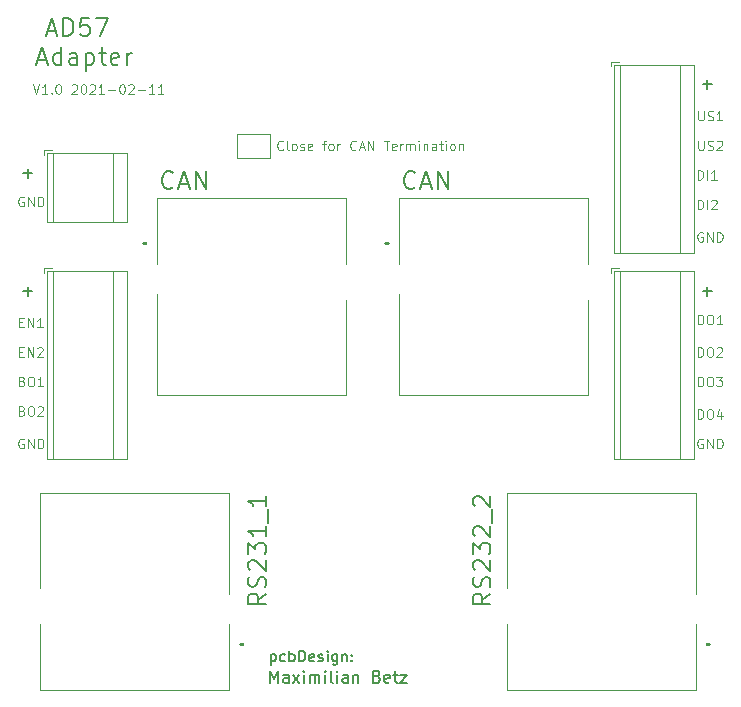
<source format=gbr>
G04 CAM350 V10.5 (Build 464) Date:  Mon Feb 15 08:33:08 2021 *
G04 Database: (Untitled) *
G04 Layer 7: ad57_adapter-F_SilkS.gbr *
%FSLAX23Y23*%
%MOIN*%
%SFA1.000B1.000*%

%MIA0B0*%
%IPPOS*%
%ADD17C,0.01181*%
%ADD19C,0.00787*%
%ADD70C,0.00591*%
%ADD71C,0.00394*%
%ADD22C,0.00472*%
%LNad57_adapter-F_SilkS.gbr*%
%LPD*%
G54D17*
X5652Y-4645D03*
X5656D03*
X5332Y-3308D03*
X5329D03*
X7211Y-4645D03*
X7207D03*
X6136Y-3308D03*
X6140D03*
G54D19*
X5425Y-3121D02*
G01X5422Y-3124D01*
X5413Y-3127*
X5408*
X5399Y-3124*
X5394Y-3119*
X5391Y-3113*
X5388Y-3102*
Y-3093*
X5391Y-3082*
X5394Y-3076*
X5399Y-3071*
X5408Y-3068*
X5413*
X5422Y-3071*
X5425Y-3074*
X5447Y-3110D02*
G01X5475D01*
X5442Y-3127D02*
G01X5461Y-3068D01*
X5481Y-3127*
X5501D02*
G01Y-3068D01*
X5534Y-3127*
Y-3068*
X6232Y-3121D02*
G01X6229Y-3124D01*
X6220Y-3127*
X6215*
X6206Y-3124*
X6201Y-3119*
X6198Y-3113*
X6195Y-3102*
Y-3093*
X6198Y-3082*
X6201Y-3076*
X6206Y-3071*
X6215Y-3068*
X6220*
X6229Y-3071*
X6232Y-3074*
X6254Y-3110D02*
G01X6282D01*
X6249Y-3127D02*
G01X6268Y-3068D01*
X6288Y-3127*
X6308D02*
G01Y-3068D01*
X6341Y-3127*
Y-3068*
X6483Y-4476D02*
G01X6455Y-4495D01*
X6483Y-4509D02*
G01X6424D01*
Y-4487*
X6427Y-4481*
X6430Y-4478*
X6436Y-4476*
X6444*
X6450Y-4478*
X6452Y-4481*
X6455Y-4487*
Y-4509*
X6481Y-4453D02*
G01X6483Y-4445D01*
Y-4431*
X6481Y-4425*
X6478Y-4422*
X6472Y-4419*
X6467*
X6461Y-4422*
X6458Y-4425*
X6455Y-4431*
X6452Y-4442*
X6450Y-4447*
X6447Y-4450*
X6441Y-4453*
X6436*
X6430Y-4450*
X6427Y-4447*
X6424Y-4442*
Y-4428*
X6427Y-4419*
X6430Y-4397D02*
G01X6427Y-4394D01*
X6424Y-4388*
Y-4374*
X6427Y-4369*
X6430Y-4366*
X6436Y-4363*
X6441*
X6450Y-4366*
X6483Y-4400*
Y-4363*
X6424Y-4343D02*
G01Y-4307D01*
X6447Y-4326*
Y-4318*
X6450Y-4312*
X6452Y-4310*
X6458Y-4307*
X6472*
X6478Y-4310*
X6481Y-4312*
X6483Y-4318*
Y-4335*
X6481Y-4341*
X6478Y-4343*
X6430Y-4284D02*
G01X6427Y-4281D01*
X6424Y-4276*
Y-4262*
X6427Y-4256*
X6430Y-4253*
X6436Y-4251*
X6441*
X6450Y-4253*
X6483Y-4287*
Y-4251*
X6489Y-4239D02*
G01Y-4194D01*
X6430Y-4183D02*
G01X6427Y-4180D01*
X6424Y-4175*
Y-4161*
X6427Y-4155*
X6430Y-4152*
X6436Y-4149*
X6441*
X6450Y-4152*
X6483Y-4186*
Y-4149*
X5735Y-4476D02*
G01X5707Y-4495D01*
X5735Y-4509D02*
G01X5676D01*
Y-4487*
X5679Y-4481*
X5682Y-4478*
X5688Y-4476*
X5696*
X5702Y-4478*
X5704Y-4481*
X5707Y-4487*
Y-4509*
X5733Y-4453D02*
G01X5735Y-4445D01*
Y-4431*
X5733Y-4425*
X5730Y-4422*
X5724Y-4419*
X5719*
X5713Y-4422*
X5710Y-4425*
X5707Y-4431*
X5704Y-4442*
X5702Y-4447*
X5699Y-4450*
X5693Y-4453*
X5688*
X5682Y-4450*
X5679Y-4447*
X5676Y-4442*
Y-4428*
X5679Y-4419*
X5682Y-4397D02*
G01X5679Y-4394D01*
X5676Y-4388*
Y-4374*
X5679Y-4369*
X5682Y-4366*
X5688Y-4363*
X5693*
X5702Y-4366*
X5735Y-4400*
Y-4363*
X5676Y-4343D02*
G01Y-4307D01*
X5699Y-4326*
Y-4318*
X5702Y-4312*
X5704Y-4310*
X5710Y-4307*
X5724*
X5730Y-4310*
X5733Y-4312*
X5735Y-4318*
Y-4335*
X5733Y-4341*
X5730Y-4343*
X5735Y-4251D02*
G01Y-4284D01*
Y-4267D02*
G01X5676D01*
X5685Y-4273*
X5690Y-4279*
X5693Y-4284*
X5741Y-4239D02*
G01Y-4194D01*
X5735Y-4149D02*
G01Y-4183D01*
Y-4166D02*
G01X5676D01*
X5685Y-4172*
X5690Y-4177*
X5693Y-4183*
G54D71*
X5792Y-2994D02*
G01X5790Y-2995D01*
X5786Y-2997*
X5783*
X5778Y-2995*
X5775Y-2992*
X5774Y-2989*
X5772Y-2983*
Y-2979*
X5774Y-2973*
X5775Y-2970*
X5778Y-2967*
X5783Y-2965*
X5786*
X5790Y-2967*
X5792Y-2968*
X5810Y-2997D02*
G01X5807Y-2995D01*
X5805Y-2992*
Y-2965*
X5826Y-2997D02*
G01X5823Y-2995D01*
X5822Y-2994*
X5820Y-2991*
Y-2982*
X5822Y-2979*
X5823Y-2977*
X5826Y-2976*
X5831*
X5834Y-2977*
X5835Y-2979*
X5837Y-2982*
Y-2991*
X5835Y-2994*
X5834Y-2995*
X5831Y-2997*
X5826*
X5849Y-2995D02*
G01X5852Y-2997D01*
X5858*
X5861Y-2995*
X5862Y-2992*
Y-2991*
X5861Y-2988*
X5858Y-2986*
X5853*
X5850Y-2985*
X5849Y-2982*
Y-2980*
X5850Y-2977*
X5853Y-2976*
X5858*
X5861Y-2977*
X5888Y-2995D02*
G01X5885Y-2997D01*
X5879*
X5876Y-2995*
X5874Y-2992*
Y-2980*
X5876Y-2977*
X5879Y-2976*
X5885*
X5888Y-2977*
X5889Y-2980*
Y-2983*
X5874Y-2986*
X5922Y-2976D02*
G01X5934D01*
X5927Y-2997D02*
G01Y-2970D01*
X5928Y-2967*
X5931Y-2965*
X5934*
X5949Y-2997D02*
G01X5946Y-2995D01*
X5945Y-2994*
X5943Y-2991*
Y-2982*
X5945Y-2979*
X5946Y-2977*
X5949Y-2976*
X5954*
X5957Y-2977*
X5958Y-2979*
X5960Y-2982*
Y-2991*
X5958Y-2994*
X5957Y-2995*
X5954Y-2997*
X5949*
X5973D02*
G01Y-2976D01*
Y-2982D02*
G01X5975Y-2979D01*
X5976Y-2977*
X5979Y-2976*
X5982*
X6035Y-2994D02*
G01X6033Y-2995D01*
X6029Y-2997*
X6026*
X6021Y-2995*
X6018Y-2992*
X6017Y-2989*
X6015Y-2983*
Y-2979*
X6017Y-2973*
X6018Y-2970*
X6021Y-2967*
X6026Y-2965*
X6029*
X6033Y-2967*
X6035Y-2968*
X6047Y-2988D02*
G01X6062D01*
X6044Y-2997D02*
G01X6054Y-2965D01*
X6065Y-2997*
X6075D02*
G01Y-2965D01*
X6093Y-2997*
Y-2965*
X6128D02*
G01X6146D01*
X6137Y-2997D02*
G01Y-2965D01*
X6168Y-2995D02*
G01X6165Y-2997D01*
X6159*
X6156Y-2995*
X6155Y-2992*
Y-2980*
X6156Y-2977*
X6159Y-2976*
X6165*
X6168Y-2977*
X6170Y-2980*
Y-2983*
X6155Y-2986*
X6183Y-2997D02*
G01Y-2976D01*
Y-2982D02*
G01X6185Y-2979D01*
X6186Y-2977*
X6189Y-2976*
X6192*
X6203Y-2997D02*
G01Y-2976D01*
Y-2979D02*
G01X6204Y-2977D01*
X6207Y-2976*
X6212*
X6215Y-2977*
X6216Y-2980*
Y-2997*
Y-2980D02*
G01X6218Y-2977D01*
X6221Y-2976*
X6225*
X6228Y-2977*
X6230Y-2980*
Y-2997*
X6245D02*
G01Y-2976D01*
Y-2965D02*
G01X6243Y-2967D01*
X6245Y-2968*
X6246Y-2967*
X6245Y-2965*
Y-2968*
X6260Y-2976D02*
G01Y-2997D01*
Y-2979D02*
G01X6261Y-2977D01*
X6264Y-2976*
X6269*
X6272Y-2977*
X6273Y-2980*
Y-2997*
X6302D02*
G01Y-2980D01*
X6300Y-2977*
X6297Y-2976*
X6291*
X6288Y-2977*
X6302Y-2995D02*
G01X6299Y-2997D01*
X6291*
X6288Y-2995*
X6287Y-2992*
Y-2989*
X6288Y-2986*
X6291Y-2985*
X6299*
X6302Y-2983*
X6312Y-2976D02*
G01X6324D01*
X6317Y-2965D02*
G01Y-2992D01*
X6318Y-2995*
X6321Y-2997*
X6324*
X6335D02*
G01Y-2976D01*
Y-2965D02*
G01X6333Y-2967D01*
X6335Y-2968*
X6336Y-2967*
X6335Y-2965*
Y-2968*
X6354Y-2997D02*
G01X6351Y-2995D01*
X6350Y-2994*
X6348Y-2991*
Y-2982*
X6350Y-2979*
X6351Y-2977*
X6354Y-2976*
X6359*
X6362Y-2977*
X6363Y-2979*
X6365Y-2982*
Y-2991*
X6363Y-2994*
X6362Y-2995*
X6359Y-2997*
X6354*
X6378Y-2976D02*
G01Y-2997D01*
Y-2979D02*
G01X6380Y-2977D01*
X6383Y-2976*
X6387*
X6390Y-2977*
X6392Y-2980*
Y-2997*
X4958Y-2778D02*
G01X4969Y-2810D01*
X4979Y-2778*
X5006Y-2810D02*
G01X4988D01*
X4997D02*
G01Y-2778D01*
X4994Y-2783*
X4991Y-2786*
X4988Y-2787*
X5020Y-2807D02*
G01X5021Y-2808D01*
X5020Y-2810*
X5018Y-2808*
X5020Y-2807*
Y-2810*
X5041Y-2778D02*
G01X5044D01*
X5047Y-2780*
X5048Y-2781*
X5050Y-2784*
X5051Y-2790*
Y-2798*
X5050Y-2804*
X5048Y-2807*
X5047Y-2808*
X5044Y-2810*
X5041*
X5038Y-2808*
X5036Y-2807*
X5035Y-2804*
X5033Y-2798*
Y-2790*
X5035Y-2784*
X5036Y-2781*
X5038Y-2780*
X5041Y-2778*
X5087Y-2781D02*
G01X5089Y-2780D01*
X5092Y-2778*
X5099*
X5102Y-2780*
X5104Y-2781*
X5105Y-2784*
Y-2787*
X5104Y-2792*
X5086Y-2810*
X5105*
X5125Y-2778D02*
G01X5128D01*
X5131Y-2780*
X5132Y-2781*
X5134Y-2784*
X5135Y-2790*
Y-2798*
X5134Y-2804*
X5132Y-2807*
X5131Y-2808*
X5128Y-2810*
X5125*
X5122Y-2808*
X5120Y-2807*
X5119Y-2804*
X5117Y-2798*
Y-2790*
X5119Y-2784*
X5120Y-2781*
X5122Y-2780*
X5125Y-2778*
X5147Y-2781D02*
G01X5149Y-2780D01*
X5152Y-2778*
X5159*
X5162Y-2780*
X5164Y-2781*
X5165Y-2784*
Y-2787*
X5164Y-2792*
X5146Y-2810*
X5165*
X5195D02*
G01X5177D01*
X5186D02*
G01Y-2778D01*
X5183Y-2783*
X5180Y-2786*
X5177Y-2787*
X5209Y-2798D02*
G01X5233D01*
X5254Y-2778D02*
G01X5257D01*
X5260Y-2780*
X5261Y-2781*
X5263Y-2784*
X5264Y-2790*
Y-2798*
X5263Y-2804*
X5261Y-2807*
X5260Y-2808*
X5257Y-2810*
X5254*
X5251Y-2808*
X5249Y-2807*
X5248Y-2804*
X5246Y-2798*
Y-2790*
X5248Y-2784*
X5249Y-2781*
X5251Y-2780*
X5254Y-2778*
X5276Y-2781D02*
G01X5278Y-2780D01*
X5281Y-2778*
X5288*
X5291Y-2780*
X5293Y-2781*
X5294Y-2784*
Y-2787*
X5293Y-2792*
X5275Y-2810*
X5294*
X5308Y-2798D02*
G01X5332D01*
X5363Y-2810D02*
G01X5345D01*
X5354D02*
G01Y-2778D01*
X5351Y-2783*
X5348Y-2786*
X5345Y-2787*
X5393Y-2810D02*
G01X5375D01*
X5384D02*
G01Y-2778D01*
X5381Y-2783*
X5378Y-2786*
X5375Y-2787*
G54D19*
X5006Y-2599D02*
G01X5034D01*
X5000Y-2616D02*
G01X5020Y-2557D01*
X5039Y-2616*
X5059D02*
G01Y-2557D01*
X5073*
X5082Y-2560*
X5087Y-2566*
X5090Y-2571*
X5093Y-2583*
Y-2591*
X5090Y-2602*
X5087Y-2608*
X5082Y-2613*
X5073Y-2616*
X5059*
X5146Y-2557D02*
G01X5118D01*
X5115Y-2585*
X5118Y-2583*
X5124Y-2580*
X5138*
X5143Y-2583*
X5146Y-2585*
X5149Y-2591*
Y-2605*
X5146Y-2611*
X5143Y-2613*
X5138Y-2616*
X5124*
X5118Y-2613*
X5115Y-2611*
X5169Y-2557D02*
G01X5208D01*
X5183Y-2616*
X4973Y-2696D02*
G01X5001D01*
X4968Y-2713D02*
G01X4987Y-2654D01*
X5007Y-2713*
X5052D02*
G01Y-2654D01*
Y-2710D02*
G01X5046Y-2713D01*
X5035*
X5030Y-2710*
X5027Y-2707*
X5024Y-2701*
Y-2685*
X5027Y-2679*
X5030Y-2676*
X5035Y-2673*
X5046*
X5052Y-2676*
X5105Y-2713D02*
G01Y-2682D01*
X5103Y-2676*
X5097Y-2673*
X5086*
X5080Y-2676*
X5105Y-2710D02*
G01X5100Y-2713D01*
X5086*
X5080Y-2710*
X5077Y-2704*
Y-2699*
X5080Y-2693*
X5086Y-2690*
X5100*
X5105Y-2687*
X5134Y-2673D02*
G01Y-2732D01*
Y-2676D02*
G01X5139Y-2673D01*
X5150*
X5156Y-2676*
X5159Y-2679*
X5162Y-2685*
Y-2701*
X5159Y-2707*
X5156Y-2710*
X5150Y-2713*
X5139*
X5134Y-2710*
X5179Y-2673D02*
G01X5201D01*
X5187Y-2654D02*
G01Y-2704D01*
X5190Y-2710*
X5195Y-2713*
X5201*
X5243Y-2710D02*
G01X5238Y-2713D01*
X5226*
X5221Y-2710*
X5218Y-2704*
Y-2682*
X5221Y-2676*
X5226Y-2673*
X5238*
X5243Y-2676*
X5246Y-2682*
Y-2687*
X5218Y-2693*
X5271Y-2713D02*
G01Y-2673D01*
Y-2685D02*
G01X5274Y-2679D01*
X5277Y-2676*
X5283Y-2673*
X5288*
X5749Y-4772D02*
G01Y-4732D01*
X5762Y-4760*
X5775Y-4732*
Y-4772*
X5810D02*
G01Y-4751D01*
X5808Y-4747*
X5805Y-4746*
X5797*
X5793Y-4747*
X5810Y-4770D02*
G01X5807Y-4772D01*
X5797*
X5793Y-4770*
X5792Y-4766*
Y-4762*
X5793Y-4759*
X5797Y-4757*
X5807*
X5810Y-4755*
X5825Y-4772D02*
G01X5846Y-4746D01*
X5825D02*
G01X5846Y-4772D01*
X5861D02*
G01Y-4746D01*
Y-4732D02*
G01X5859Y-4734D01*
X5861Y-4736*
X5863Y-4734*
X5861Y-4732*
Y-4736*
X5880Y-4772D02*
G01Y-4746D01*
Y-4749D02*
G01X5882Y-4747D01*
X5885Y-4746*
X5891*
X5895Y-4747*
X5897Y-4751*
Y-4772*
Y-4751D02*
G01X5898Y-4747D01*
X5902Y-4746*
X5908*
X5912Y-4747*
X5913Y-4751*
Y-4772*
X5932D02*
G01Y-4746D01*
Y-4732D02*
G01X5930Y-4734D01*
X5932Y-4736*
X5934Y-4734*
X5932Y-4732*
Y-4736*
X5957Y-4772D02*
G01X5953Y-4770D01*
X5951Y-4766*
Y-4732*
X5972Y-4772D02*
G01Y-4746D01*
Y-4732D02*
G01X5970Y-4734D01*
X5972Y-4736*
X5973Y-4734*
X5972Y-4732*
Y-4736*
X6007Y-4772D02*
G01Y-4751D01*
X6005Y-4747*
X6002Y-4746*
X5994*
X5990Y-4747*
X6007Y-4770D02*
G01X6003Y-4772D01*
X5994*
X5990Y-4770*
X5988Y-4766*
Y-4762*
X5990Y-4759*
X5994Y-4757*
X6003*
X6007Y-4755*
X6026Y-4746D02*
G01Y-4772D01*
Y-4749D02*
G01X6028Y-4747D01*
X6032Y-4746*
X6037*
X6041Y-4747*
X6043Y-4751*
Y-4772*
X6105Y-4751D02*
G01X6110Y-4753D01*
X6112Y-4755*
X6114Y-4759*
Y-4764*
X6112Y-4768*
X6110Y-4770*
X6107Y-4772*
X6092*
Y-4732*
X6105*
X6108Y-4734*
X6110Y-4736*
X6112Y-4740*
Y-4744*
X6110Y-4747*
X6108Y-4749*
X6105Y-4751*
X6092*
X6146Y-4770D02*
G01X6142Y-4772D01*
X6135*
X6131Y-4770*
X6129Y-4766*
Y-4751*
X6131Y-4747*
X6135Y-4746*
X6142*
X6146Y-4747*
X6148Y-4751*
Y-4755*
X6129Y-4759*
X6159Y-4746D02*
G01X6174D01*
X6165Y-4732D02*
G01Y-4766D01*
X6167Y-4770*
X6170Y-4772*
X6174*
X6183Y-4746D02*
G01X6204D01*
X6183Y-4772*
X6204*
G54D70*
X5751Y-4677D02*
G01Y-4713D01*
Y-4679D02*
G01X5754Y-4677D01*
X5761*
X5764Y-4679*
X5766Y-4681*
X5768Y-4684*
Y-4694*
X5766Y-4698*
X5764Y-4699*
X5761Y-4701*
X5754*
X5751Y-4699*
X5798D02*
G01X5795Y-4701D01*
X5788*
X5785Y-4699*
X5783Y-4698*
X5781Y-4694*
Y-4684*
X5783Y-4681*
X5785Y-4679*
X5788Y-4677*
X5795*
X5798Y-4679*
X5813Y-4701D02*
G01Y-4666D01*
Y-4679D02*
G01X5817Y-4677D01*
X5823*
X5827Y-4679*
X5828Y-4681*
X5830Y-4684*
Y-4694*
X5828Y-4698*
X5827Y-4699*
X5823Y-4701*
X5817*
X5813Y-4699*
X5845Y-4701D02*
G01Y-4666D01*
X5854*
X5859Y-4667*
X5862Y-4671*
X5864Y-4674*
X5866Y-4681*
Y-4686*
X5864Y-4693*
X5862Y-4696*
X5859Y-4699*
X5854Y-4701*
X5845*
X5894Y-4699D02*
G01X5891Y-4701D01*
X5884*
X5881Y-4699*
X5879Y-4696*
Y-4683*
X5881Y-4679*
X5884Y-4677*
X5891*
X5894Y-4679*
X5896Y-4683*
Y-4686*
X5879Y-4689*
X5909Y-4699D02*
G01X5913Y-4701D01*
X5920*
X5923Y-4699*
X5925Y-4696*
Y-4694*
X5923Y-4691*
X5920Y-4689*
X5915*
X5911Y-4688*
X5909Y-4684*
Y-4683*
X5911Y-4679*
X5915Y-4677*
X5920*
X5923Y-4679*
X5940Y-4701D02*
G01Y-4677D01*
Y-4666D02*
G01X5938Y-4667D01*
X5940Y-4669*
X5942Y-4667*
X5940Y-4666*
Y-4669*
X5972Y-4677D02*
G01Y-4706D01*
X5970Y-4710*
X5969Y-4711*
X5965Y-4713*
X5960*
X5957Y-4711*
X5972Y-4699D02*
G01X5969Y-4701D01*
X5962*
X5958Y-4699*
X5957Y-4698*
X5955Y-4694*
Y-4684*
X5957Y-4681*
X5958Y-4679*
X5962Y-4677*
X5969*
X5972Y-4679*
X5989Y-4677D02*
G01Y-4701D01*
Y-4681D02*
G01X5990Y-4679D01*
X5994Y-4677*
X5999*
X6002Y-4679*
X6004Y-4683*
Y-4701*
X6021Y-4698D02*
G01X6022Y-4699D01*
X6021Y-4701*
X6019Y-4699*
X6021Y-4698*
Y-4701*
Y-4679D02*
G01X6022Y-4681D01*
X6021Y-4683*
X6019Y-4681*
X6021Y-4679*
Y-4683*
G54D71*
X7176Y-2867D02*
G01Y-2892D01*
X7177Y-2895*
X7179Y-2897*
X7182Y-2898*
X7188*
X7191Y-2897*
X7192Y-2895*
X7194Y-2892*
Y-2867*
X7207Y-2897D02*
G01X7212Y-2898D01*
X7219*
X7222Y-2897*
X7224Y-2895*
X7225Y-2892*
Y-2889*
X7224Y-2886*
X7222Y-2885*
X7219Y-2883*
X7213Y-2882*
X7210Y-2880*
X7209Y-2879*
X7207Y-2876*
Y-2873*
X7209Y-2870*
X7210Y-2868*
X7213Y-2867*
X7221*
X7225Y-2868*
X7255Y-2898D02*
G01X7237D01*
X7246D02*
G01Y-2867D01*
X7243Y-2871*
X7240Y-2874*
X7237Y-2876*
X7176Y-2965D02*
G01Y-2991D01*
X7177Y-2994*
X7179Y-2995*
X7182Y-2997*
X7188*
X7191Y-2995*
X7192Y-2994*
X7194Y-2991*
Y-2965*
X7207Y-2995D02*
G01X7212Y-2997D01*
X7219*
X7222Y-2995*
X7224Y-2994*
X7225Y-2991*
Y-2988*
X7224Y-2985*
X7222Y-2983*
X7219Y-2982*
X7213Y-2980*
X7210Y-2979*
X7209Y-2977*
X7207Y-2974*
Y-2971*
X7209Y-2968*
X7210Y-2967*
X7213Y-2965*
X7221*
X7225Y-2967*
X7237Y-2968D02*
G01X7239Y-2967D01*
X7242Y-2965*
X7249*
X7252Y-2967*
X7254Y-2968*
X7255Y-2971*
Y-2974*
X7254Y-2979*
X7236Y-2997*
X7255*
X7174Y-3193D02*
G01Y-3162D01*
X7181*
X7186Y-3163*
X7189Y-3166*
X7190Y-3169*
X7192Y-3175*
Y-3180*
X7190Y-3186*
X7189Y-3189*
X7186Y-3192*
X7181Y-3193*
X7174*
X7205D02*
G01Y-3162D01*
X7219Y-3165D02*
G01X7220Y-3163D01*
X7223Y-3162*
X7231*
X7234Y-3163*
X7235Y-3165*
X7237Y-3168*
Y-3171*
X7235Y-3175*
X7217Y-3193*
X7237*
X7174Y-3095D02*
G01Y-3063D01*
X7181*
X7186Y-3065*
X7189Y-3068*
X7190Y-3071*
X7192Y-3077*
Y-3081*
X7190Y-3087*
X7189Y-3090*
X7186Y-3093*
X7181Y-3095*
X7174*
X7205D02*
G01Y-3063D01*
X7237Y-3095D02*
G01X7219D01*
X7228D02*
G01Y-3063D01*
X7225Y-3068*
X7222Y-3071*
X7219Y-3072*
X7175Y-3577D02*
G01Y-3546D01*
X7182*
X7187Y-3547*
X7190Y-3550*
X7191Y-3553*
X7193Y-3559*
Y-3564*
X7191Y-3570*
X7190Y-3573*
X7187Y-3576*
X7182Y-3577*
X7175*
X7212Y-3546D02*
G01X7218D01*
X7221Y-3547*
X7224Y-3550*
X7226Y-3556*
Y-3567*
X7224Y-3573*
X7221Y-3576*
X7218Y-3577*
X7212*
X7209Y-3576*
X7206Y-3573*
X7205Y-3567*
Y-3556*
X7206Y-3550*
X7209Y-3547*
X7212Y-3546*
X7256Y-3577D02*
G01X7238D01*
X7247D02*
G01Y-3546D01*
X7244Y-3550*
X7241Y-3553*
X7238Y-3555*
X7175Y-3686D02*
G01Y-3654D01*
X7182*
X7187Y-3656*
X7190Y-3659*
X7191Y-3662*
X7193Y-3668*
Y-3672*
X7191Y-3678*
X7190Y-3681*
X7187Y-3684*
X7182Y-3686*
X7175*
X7212Y-3654D02*
G01X7218D01*
X7221Y-3656*
X7224Y-3659*
X7226Y-3665*
Y-3675*
X7224Y-3681*
X7221Y-3684*
X7218Y-3686*
X7212*
X7209Y-3684*
X7206Y-3681*
X7205Y-3675*
Y-3665*
X7206Y-3659*
X7209Y-3656*
X7212Y-3654*
X7238Y-3657D02*
G01X7239Y-3656D01*
X7242Y-3654*
X7250*
X7253Y-3656*
X7254Y-3657*
X7256Y-3660*
Y-3663*
X7254Y-3668*
X7236Y-3686*
X7256*
X7175Y-3784D02*
G01Y-3752D01*
X7182*
X7187Y-3754*
X7190Y-3757*
X7191Y-3760*
X7193Y-3766*
Y-3770*
X7191Y-3776*
X7190Y-3779*
X7187Y-3782*
X7182Y-3784*
X7175*
X7212Y-3752D02*
G01X7218D01*
X7221Y-3754*
X7224Y-3757*
X7226Y-3763*
Y-3773*
X7224Y-3779*
X7221Y-3782*
X7218Y-3784*
X7212*
X7209Y-3782*
X7206Y-3779*
X7205Y-3773*
Y-3763*
X7206Y-3757*
X7209Y-3754*
X7212Y-3752*
X7236D02*
G01X7256D01*
X7245Y-3764*
X7250*
X7253Y-3766*
X7254Y-3767*
X7256Y-3770*
Y-3778*
X7254Y-3781*
X7253Y-3782*
X7250Y-3784*
X7241*
X7238Y-3782*
X7236Y-3781*
X7175Y-3892D02*
G01Y-3861D01*
X7182*
X7187Y-3862*
X7190Y-3865*
X7191Y-3868*
X7193Y-3874*
Y-3879*
X7191Y-3885*
X7190Y-3888*
X7187Y-3891*
X7182Y-3892*
X7175*
X7212Y-3861D02*
G01X7218D01*
X7221Y-3862*
X7224Y-3865*
X7226Y-3871*
Y-3882*
X7224Y-3888*
X7221Y-3891*
X7218Y-3892*
X7212*
X7209Y-3891*
X7206Y-3888*
X7205Y-3882*
Y-3871*
X7206Y-3865*
X7209Y-3862*
X7212Y-3861*
X7253Y-3871D02*
G01Y-3892D01*
X7245Y-3859D02*
G01X7238Y-3882D01*
X7257*
X4922Y-3866D02*
G01X4926Y-3867D01*
X4928Y-3869*
X4929Y-3872*
Y-3876*
X4928Y-3879*
X4926Y-3881*
X4923Y-3882*
X4911*
Y-3851*
X4922*
X4925Y-3852*
X4926Y-3854*
X4928Y-3857*
Y-3860*
X4926Y-3863*
X4925Y-3864*
X4922Y-3866*
X4911*
X4949Y-3851D02*
G01X4955D01*
X4958Y-3852*
X4961Y-3855*
X4962Y-3861*
Y-3872*
X4961Y-3878*
X4958Y-3881*
X4955Y-3882*
X4949*
X4946Y-3881*
X4943Y-3878*
X4941Y-3872*
Y-3861*
X4943Y-3855*
X4946Y-3852*
X4949Y-3851*
X4974Y-3854D02*
G01X4976Y-3852D01*
X4979Y-3851*
X4986*
X4989Y-3852*
X4991Y-3854*
X4992Y-3857*
Y-3860*
X4991Y-3864*
X4973Y-3882*
X4992*
X4922Y-3767D02*
G01X4926Y-3769D01*
X4928Y-3770*
X4929Y-3773*
Y-3778*
X4928Y-3781*
X4926Y-3782*
X4923Y-3784*
X4911*
Y-3752*
X4922*
X4925Y-3754*
X4926Y-3755*
X4928Y-3758*
Y-3761*
X4926Y-3764*
X4925Y-3766*
X4922Y-3767*
X4911*
X4949Y-3752D02*
G01X4955D01*
X4958Y-3754*
X4961Y-3757*
X4962Y-3763*
Y-3773*
X4961Y-3779*
X4958Y-3782*
X4955Y-3784*
X4949*
X4946Y-3782*
X4943Y-3779*
X4941Y-3773*
Y-3763*
X4943Y-3757*
X4946Y-3754*
X4949Y-3752*
X4992Y-3784D02*
G01X4974D01*
X4983D02*
G01Y-3752D01*
X4980Y-3757*
X4977Y-3760*
X4974Y-3761*
X4913Y-3669D02*
G01X4923D01*
X4928Y-3686D02*
G01X4913D01*
Y-3654*
X4928*
X4941Y-3686D02*
G01Y-3654D01*
X4959Y-3686*
Y-3654*
X4973Y-3657D02*
G01X4974Y-3656D01*
X4977Y-3654*
X4985*
X4988Y-3656*
X4989Y-3657*
X4991Y-3660*
Y-3663*
X4989Y-3668*
X4971Y-3686*
X4991*
X4913Y-3571D02*
G01X4923D01*
X4928Y-3587D02*
G01X4913D01*
Y-3556*
X4928*
X4941Y-3587D02*
G01Y-3556D01*
X4959Y-3587*
Y-3556*
X4991Y-3587D02*
G01X4973D01*
X4982D02*
G01Y-3556D01*
X4979Y-3560*
X4976Y-3563*
X4973Y-3565*
X4927Y-3154D02*
G01X4924Y-3152D01*
X4919*
X4915Y-3154*
X4912Y-3157*
X4910Y-3160*
X4909Y-3166*
Y-3170*
X4910Y-3176*
X4912Y-3179*
X4915Y-3182*
X4919Y-3184*
X4922*
X4927Y-3182*
X4928Y-3181*
Y-3170*
X4922*
X4942Y-3184D02*
G01Y-3152D01*
X4960Y-3184*
Y-3152*
X4975Y-3184D02*
G01Y-3152D01*
X4982*
X4987Y-3154*
X4990Y-3157*
X4991Y-3160*
X4993Y-3166*
Y-3170*
X4991Y-3176*
X4990Y-3179*
X4987Y-3182*
X4982Y-3184*
X4975*
X4927Y-3961D02*
G01X4924Y-3959D01*
X4919*
X4915Y-3961*
X4912Y-3964*
X4910Y-3967*
X4909Y-3973*
Y-3977*
X4910Y-3983*
X4912Y-3986*
X4915Y-3989*
X4919Y-3991*
X4922*
X4927Y-3989*
X4928Y-3988*
Y-3977*
X4922*
X4942Y-3991D02*
G01Y-3959D01*
X4960Y-3991*
Y-3959*
X4975Y-3991D02*
G01Y-3959D01*
X4982*
X4987Y-3961*
X4990Y-3964*
X4991Y-3967*
X4993Y-3973*
Y-3977*
X4991Y-3983*
X4990Y-3986*
X4987Y-3989*
X4982Y-3991*
X4975*
G54D70*
X4926Y-3467D02*
G01X4956D01*
X4941Y-3482D02*
G01Y-3452D01*
X4926Y-3074D02*
G01X4956D01*
X4941Y-3089D02*
G01Y-3059D01*
X7190Y-3467D02*
G01X7220D01*
X7205Y-3482D02*
G01Y-3452D01*
G54D71*
X7191Y-3961D02*
G01X7188Y-3959D01*
X7183*
X7179Y-3961*
X7176Y-3964*
X7174Y-3967*
X7173Y-3973*
Y-3977*
X7174Y-3983*
X7176Y-3986*
X7179Y-3989*
X7183Y-3991*
X7186*
X7191Y-3989*
X7192Y-3988*
Y-3977*
X7186*
X7206Y-3991D02*
G01Y-3959D01*
X7224Y-3991*
Y-3959*
X7239Y-3991D02*
G01Y-3959D01*
X7246*
X7251Y-3961*
X7254Y-3964*
X7255Y-3967*
X7257Y-3973*
Y-3977*
X7255Y-3983*
X7254Y-3986*
X7251Y-3989*
X7246Y-3991*
X7239*
X7191Y-3272D02*
G01X7188Y-3270D01*
X7183*
X7179Y-3272*
X7176Y-3275*
X7174Y-3278*
X7173Y-3284*
Y-3288*
X7174Y-3294*
X7176Y-3297*
X7179Y-3300*
X7183Y-3302*
X7186*
X7191Y-3300*
X7192Y-3299*
Y-3288*
X7186*
X7206Y-3302D02*
G01Y-3270D01*
X7224Y-3302*
Y-3270*
X7239Y-3302D02*
G01Y-3270D01*
X7246*
X7251Y-3272*
X7254Y-3275*
X7255Y-3278*
X7257Y-3284*
Y-3288*
X7255Y-3294*
X7254Y-3297*
X7251Y-3300*
X7246Y-3302*
X7239*
G54D70*
X7190Y-2778D02*
G01X7220D01*
X7205Y-2793D02*
G01Y-2763D01*
G54D22*
X4996Y-2998D02*
G01Y-3013D01*
X5021Y-2998D02*
G01X4996D01*
X5270Y-3235D02*
G01X5005D01*
X5270Y-3007D02*
G01X5005D01*
Y-3007D02*
G01Y-3235D01*
X5270Y-3007D02*
G01Y-3235D01*
X5226Y-3007D02*
G01Y-3235D01*
X5026Y-3007D02*
G01Y-3235D01*
X6885Y-2702D02*
G01Y-2718D01*
X6911Y-2702D02*
G01X6885D01*
X7160Y-3339D02*
G01X6895D01*
X7160Y-2712D02*
G01X6895D01*
Y-2712D02*
G01Y-3339D01*
X7160Y-2712D02*
G01Y-3339D01*
X7116Y-2712D02*
G01Y-3339D01*
X6915Y-2712D02*
G01Y-3339D01*
Y-3401D02*
G01Y-4028D01*
X7116Y-3401D02*
G01Y-4028D01*
X7160Y-3401D02*
G01Y-4028D01*
X6895Y-3401D02*
G01Y-4028D01*
X7160Y-3401D02*
G01X6895D01*
X7160Y-4028D02*
G01X6895D01*
X6911Y-3391D02*
G01X6885D01*
Y-3391D02*
G01Y-3407D01*
G54D17*
X5656Y-4645D02*
G75*
G03X5652Y-4645I-2D01*
Y-4645D02*
G03X5656Y-4645I2D01*
G54D71*
X5612Y-4575D02*
G01Y-4795D01*
Y-4795D02*
G01X4982D01*
Y-4795D02*
G01Y-4575D01*
X5612Y-4476D02*
G01Y-4140D01*
Y-4140D02*
G01X4982D01*
Y-4140D02*
G01Y-4457D01*
G54D22*
X4996Y-3391D02*
G01Y-3407D01*
X5021Y-3391D02*
G01X4996D01*
X5270Y-4028D02*
G01X5005D01*
X5270Y-3401D02*
G01X5005D01*
Y-3401D02*
G01Y-4028D01*
X5270Y-3401D02*
G01Y-4028D01*
X5226Y-3401D02*
G01Y-4028D01*
X5026Y-3401D02*
G01Y-4028D01*
G54D17*
X5329Y-3308D02*
G03X5332Y-3308I2D01*
Y-3308D02*
G03X5329Y-3308I-2D01*
G54D71*
X5372Y-3378D02*
G01Y-3157D01*
Y-3157D02*
G01X6002D01*
Y-3157D02*
G01Y-3378D01*
X5372Y-3476D02*
G01Y-3813D01*
Y-3813D02*
G01X6002D01*
Y-3813D02*
G01Y-3496D01*
X6538Y-4140D02*
G01Y-4457D01*
X7168Y-4140D02*
G01X6538D01*
X7168Y-4476D02*
G01Y-4140D01*
X6538Y-4795D02*
G01Y-4575D01*
X7168Y-4795D02*
G01X6538D01*
X7168Y-4575D02*
G01Y-4795D01*
G54D17*
X7207Y-4645D02*
G03X7211Y-4645I2D01*
Y-4645D02*
G03X7207Y-4645I-2D01*
G54D71*
X6809Y-3813D02*
G01Y-3496D01*
X6179Y-3813D02*
G01X6809D01*
X6179Y-3476D02*
G01Y-3813D01*
X6809Y-3157D02*
G01Y-3378D01*
X6179Y-3157D02*
G01X6809D01*
X6179Y-3378D02*
G01Y-3157D01*
G54D17*
X6140Y-3308D02*
G03X6136Y-3308I-2D01*
Y-3308D02*
G03X6140Y-3308I2D01*
G54D22*
X5638Y-2943D02*
G01X5748D01*
Y-2943D02*
G01Y-3022D01*
Y-3022D02*
G01X5638D01*
Y-3022D02*
G01Y-2943D01*
M02*

</source>
